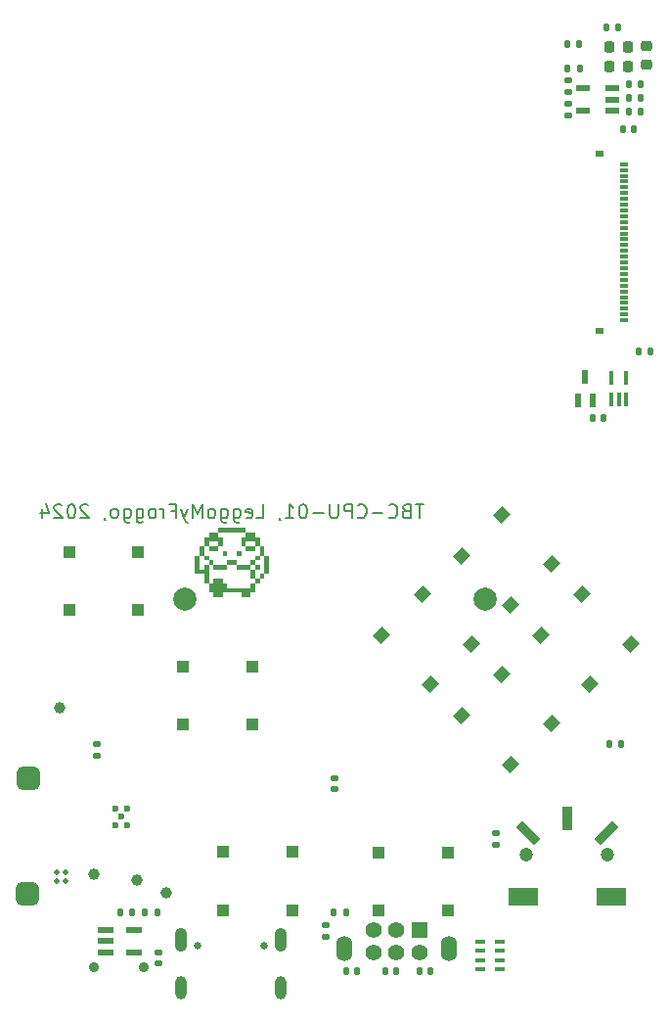
<source format=gbr>
%TF.GenerationSoftware,KiCad,Pcbnew,7.0.1*%
%TF.CreationDate,2024-08-11T10:53:17-07:00*%
%TF.ProjectId,agbc,61676263-2e6b-4696-9361-645f70636258,X4/X5*%
%TF.SameCoordinates,Original*%
%TF.FileFunction,Soldermask,Bot*%
%TF.FilePolarity,Negative*%
%FSLAX46Y46*%
G04 Gerber Fmt 4.6, Leading zero omitted, Abs format (unit mm)*
G04 Created by KiCad (PCBNEW 7.0.1) date 2024-08-11 10:53:17*
%MOMM*%
%LPD*%
G01*
G04 APERTURE LIST*
G04 Aperture macros list*
%AMRoundRect*
0 Rectangle with rounded corners*
0 $1 Rounding radius*
0 $2 $3 $4 $5 $6 $7 $8 $9 X,Y pos of 4 corners*
0 Add a 4 corners polygon primitive as box body*
4,1,4,$2,$3,$4,$5,$6,$7,$8,$9,$2,$3,0*
0 Add four circle primitives for the rounded corners*
1,1,$1+$1,$2,$3*
1,1,$1+$1,$4,$5*
1,1,$1+$1,$6,$7*
1,1,$1+$1,$8,$9*
0 Add four rect primitives between the rounded corners*
20,1,$1+$1,$2,$3,$4,$5,0*
20,1,$1+$1,$4,$5,$6,$7,0*
20,1,$1+$1,$6,$7,$8,$9,0*
20,1,$1+$1,$8,$9,$2,$3,0*%
%AMRotRect*
0 Rectangle, with rotation*
0 The origin of the aperture is its center*
0 $1 length*
0 $2 width*
0 $3 Rotation angle, in degrees counterclockwise*
0 Add horizontal line*
21,1,$1,$2,0,0,$3*%
G04 Aperture macros list end*
%ADD10C,0.200000*%
%ADD11R,1.400000X1.400000*%
%ADD12C,1.400000*%
%ADD13O,1.400000X2.200000*%
%ADD14C,2.000000*%
%ADD15C,0.650000*%
%ADD16O,1.050000X2.100000*%
%ADD17O,1.000000X2.000000*%
%ADD18C,0.900000*%
%ADD19C,0.500000*%
%ADD20C,0.600000*%
%ADD21RoundRect,0.140000X0.140000X0.170000X-0.140000X0.170000X-0.140000X-0.170000X0.140000X-0.170000X0*%
%ADD22R,1.000000X1.100000*%
%ADD23RoundRect,0.140000X0.170000X-0.140000X0.170000X0.140000X-0.170000X0.140000X-0.170000X-0.140000X0*%
%ADD24C,1.000000*%
%ADD25RoundRect,0.218750X-0.218750X-0.256250X0.218750X-0.256250X0.218750X0.256250X-0.218750X0.256250X0*%
%ADD26C,1.200000*%
%ADD27RotRect,0.800000X2.200000X225.000000*%
%ADD28R,2.600000X1.500000*%
%ADD29RotRect,0.800000X2.200000X135.000000*%
%ADD30R,0.823000X2.000000*%
%ADD31RoundRect,0.135000X0.135000X0.185000X-0.135000X0.185000X-0.135000X-0.185000X0.135000X-0.185000X0*%
%ADD32RoundRect,0.500000X0.500000X0.500000X-0.500000X0.500000X-0.500000X-0.500000X0.500000X-0.500000X0*%
%ADD33RoundRect,0.135000X-0.135000X-0.185000X0.135000X-0.185000X0.135000X0.185000X-0.135000X0.185000X0*%
%ADD34R,1.200000X0.600000*%
%ADD35R,0.900000X0.400000*%
%ADD36RotRect,1.000000X1.100000X315.000000*%
%ADD37RoundRect,0.218750X0.218750X0.256250X-0.218750X0.256250X-0.218750X-0.256250X0.218750X-0.256250X0*%
%ADD38RoundRect,0.218750X0.256250X-0.218750X0.256250X0.218750X-0.256250X0.218750X-0.256250X-0.218750X0*%
%ADD39RoundRect,0.135000X-0.185000X0.135000X-0.185000X-0.135000X0.185000X-0.135000X0.185000X0.135000X0*%
%ADD40R,0.550000X1.150000*%
%ADD41RoundRect,0.140000X-0.170000X0.140000X-0.170000X-0.140000X0.170000X-0.140000X0.170000X0.140000X0*%
%ADD42R,0.400000X1.200000*%
%ADD43R,0.650000X0.300000*%
%ADD44R,0.800000X0.550000*%
%ADD45R,1.400000X0.600000*%
G04 APERTURE END LIST*
D10*
X143499999Y-91003142D02*
X142814285Y-91003142D01*
X143157142Y-92203142D02*
X143157142Y-91003142D01*
X142014284Y-91574571D02*
X141842856Y-91631714D01*
X141842856Y-91631714D02*
X141785713Y-91688857D01*
X141785713Y-91688857D02*
X141728570Y-91803142D01*
X141728570Y-91803142D02*
X141728570Y-91974571D01*
X141728570Y-91974571D02*
X141785713Y-92088857D01*
X141785713Y-92088857D02*
X141842856Y-92146000D01*
X141842856Y-92146000D02*
X141957141Y-92203142D01*
X141957141Y-92203142D02*
X142414284Y-92203142D01*
X142414284Y-92203142D02*
X142414284Y-91003142D01*
X142414284Y-91003142D02*
X142014284Y-91003142D01*
X142014284Y-91003142D02*
X141899999Y-91060285D01*
X141899999Y-91060285D02*
X141842856Y-91117428D01*
X141842856Y-91117428D02*
X141785713Y-91231714D01*
X141785713Y-91231714D02*
X141785713Y-91346000D01*
X141785713Y-91346000D02*
X141842856Y-91460285D01*
X141842856Y-91460285D02*
X141899999Y-91517428D01*
X141899999Y-91517428D02*
X142014284Y-91574571D01*
X142014284Y-91574571D02*
X142414284Y-91574571D01*
X140528570Y-92088857D02*
X140585713Y-92146000D01*
X140585713Y-92146000D02*
X140757141Y-92203142D01*
X140757141Y-92203142D02*
X140871427Y-92203142D01*
X140871427Y-92203142D02*
X141042856Y-92146000D01*
X141042856Y-92146000D02*
X141157141Y-92031714D01*
X141157141Y-92031714D02*
X141214284Y-91917428D01*
X141214284Y-91917428D02*
X141271427Y-91688857D01*
X141271427Y-91688857D02*
X141271427Y-91517428D01*
X141271427Y-91517428D02*
X141214284Y-91288857D01*
X141214284Y-91288857D02*
X141157141Y-91174571D01*
X141157141Y-91174571D02*
X141042856Y-91060285D01*
X141042856Y-91060285D02*
X140871427Y-91003142D01*
X140871427Y-91003142D02*
X140757141Y-91003142D01*
X140757141Y-91003142D02*
X140585713Y-91060285D01*
X140585713Y-91060285D02*
X140528570Y-91117428D01*
X140014284Y-91746000D02*
X139099999Y-91746000D01*
X137842856Y-92088857D02*
X137899999Y-92146000D01*
X137899999Y-92146000D02*
X138071427Y-92203142D01*
X138071427Y-92203142D02*
X138185713Y-92203142D01*
X138185713Y-92203142D02*
X138357142Y-92146000D01*
X138357142Y-92146000D02*
X138471427Y-92031714D01*
X138471427Y-92031714D02*
X138528570Y-91917428D01*
X138528570Y-91917428D02*
X138585713Y-91688857D01*
X138585713Y-91688857D02*
X138585713Y-91517428D01*
X138585713Y-91517428D02*
X138528570Y-91288857D01*
X138528570Y-91288857D02*
X138471427Y-91174571D01*
X138471427Y-91174571D02*
X138357142Y-91060285D01*
X138357142Y-91060285D02*
X138185713Y-91003142D01*
X138185713Y-91003142D02*
X138071427Y-91003142D01*
X138071427Y-91003142D02*
X137899999Y-91060285D01*
X137899999Y-91060285D02*
X137842856Y-91117428D01*
X137328570Y-92203142D02*
X137328570Y-91003142D01*
X137328570Y-91003142D02*
X136871427Y-91003142D01*
X136871427Y-91003142D02*
X136757142Y-91060285D01*
X136757142Y-91060285D02*
X136699999Y-91117428D01*
X136699999Y-91117428D02*
X136642856Y-91231714D01*
X136642856Y-91231714D02*
X136642856Y-91403142D01*
X136642856Y-91403142D02*
X136699999Y-91517428D01*
X136699999Y-91517428D02*
X136757142Y-91574571D01*
X136757142Y-91574571D02*
X136871427Y-91631714D01*
X136871427Y-91631714D02*
X137328570Y-91631714D01*
X136128570Y-91003142D02*
X136128570Y-91974571D01*
X136128570Y-91974571D02*
X136071427Y-92088857D01*
X136071427Y-92088857D02*
X136014285Y-92146000D01*
X136014285Y-92146000D02*
X135899999Y-92203142D01*
X135899999Y-92203142D02*
X135671427Y-92203142D01*
X135671427Y-92203142D02*
X135557142Y-92146000D01*
X135557142Y-92146000D02*
X135499999Y-92088857D01*
X135499999Y-92088857D02*
X135442856Y-91974571D01*
X135442856Y-91974571D02*
X135442856Y-91003142D01*
X134871427Y-91746000D02*
X133957142Y-91746000D01*
X133157142Y-91003142D02*
X133042856Y-91003142D01*
X133042856Y-91003142D02*
X132928570Y-91060285D01*
X132928570Y-91060285D02*
X132871428Y-91117428D01*
X132871428Y-91117428D02*
X132814285Y-91231714D01*
X132814285Y-91231714D02*
X132757142Y-91460285D01*
X132757142Y-91460285D02*
X132757142Y-91746000D01*
X132757142Y-91746000D02*
X132814285Y-91974571D01*
X132814285Y-91974571D02*
X132871428Y-92088857D01*
X132871428Y-92088857D02*
X132928570Y-92146000D01*
X132928570Y-92146000D02*
X133042856Y-92203142D01*
X133042856Y-92203142D02*
X133157142Y-92203142D01*
X133157142Y-92203142D02*
X133271428Y-92146000D01*
X133271428Y-92146000D02*
X133328570Y-92088857D01*
X133328570Y-92088857D02*
X133385713Y-91974571D01*
X133385713Y-91974571D02*
X133442856Y-91746000D01*
X133442856Y-91746000D02*
X133442856Y-91460285D01*
X133442856Y-91460285D02*
X133385713Y-91231714D01*
X133385713Y-91231714D02*
X133328570Y-91117428D01*
X133328570Y-91117428D02*
X133271428Y-91060285D01*
X133271428Y-91060285D02*
X133157142Y-91003142D01*
X131614285Y-92203142D02*
X132299999Y-92203142D01*
X131957142Y-92203142D02*
X131957142Y-91003142D01*
X131957142Y-91003142D02*
X132071428Y-91174571D01*
X132071428Y-91174571D02*
X132185713Y-91288857D01*
X132185713Y-91288857D02*
X132299999Y-91346000D01*
X131042856Y-92146000D02*
X131042856Y-92203142D01*
X131042856Y-92203142D02*
X131099999Y-92317428D01*
X131099999Y-92317428D02*
X131157142Y-92374571D01*
X129042856Y-92203142D02*
X129614284Y-92203142D01*
X129614284Y-92203142D02*
X129614284Y-91003142D01*
X128185712Y-92146000D02*
X128299998Y-92203142D01*
X128299998Y-92203142D02*
X128528570Y-92203142D01*
X128528570Y-92203142D02*
X128642855Y-92146000D01*
X128642855Y-92146000D02*
X128699998Y-92031714D01*
X128699998Y-92031714D02*
X128699998Y-91574571D01*
X128699998Y-91574571D02*
X128642855Y-91460285D01*
X128642855Y-91460285D02*
X128528570Y-91403142D01*
X128528570Y-91403142D02*
X128299998Y-91403142D01*
X128299998Y-91403142D02*
X128185712Y-91460285D01*
X128185712Y-91460285D02*
X128128570Y-91574571D01*
X128128570Y-91574571D02*
X128128570Y-91688857D01*
X128128570Y-91688857D02*
X128699998Y-91803142D01*
X127099999Y-91403142D02*
X127099999Y-92374571D01*
X127099999Y-92374571D02*
X127157141Y-92488857D01*
X127157141Y-92488857D02*
X127214284Y-92546000D01*
X127214284Y-92546000D02*
X127328570Y-92603142D01*
X127328570Y-92603142D02*
X127499999Y-92603142D01*
X127499999Y-92603142D02*
X127614284Y-92546000D01*
X127099999Y-92146000D02*
X127214284Y-92203142D01*
X127214284Y-92203142D02*
X127442856Y-92203142D01*
X127442856Y-92203142D02*
X127557141Y-92146000D01*
X127557141Y-92146000D02*
X127614284Y-92088857D01*
X127614284Y-92088857D02*
X127671427Y-91974571D01*
X127671427Y-91974571D02*
X127671427Y-91631714D01*
X127671427Y-91631714D02*
X127614284Y-91517428D01*
X127614284Y-91517428D02*
X127557141Y-91460285D01*
X127557141Y-91460285D02*
X127442856Y-91403142D01*
X127442856Y-91403142D02*
X127214284Y-91403142D01*
X127214284Y-91403142D02*
X127099999Y-91460285D01*
X126014285Y-91403142D02*
X126014285Y-92374571D01*
X126014285Y-92374571D02*
X126071427Y-92488857D01*
X126071427Y-92488857D02*
X126128570Y-92546000D01*
X126128570Y-92546000D02*
X126242856Y-92603142D01*
X126242856Y-92603142D02*
X126414285Y-92603142D01*
X126414285Y-92603142D02*
X126528570Y-92546000D01*
X126014285Y-92146000D02*
X126128570Y-92203142D01*
X126128570Y-92203142D02*
X126357142Y-92203142D01*
X126357142Y-92203142D02*
X126471427Y-92146000D01*
X126471427Y-92146000D02*
X126528570Y-92088857D01*
X126528570Y-92088857D02*
X126585713Y-91974571D01*
X126585713Y-91974571D02*
X126585713Y-91631714D01*
X126585713Y-91631714D02*
X126528570Y-91517428D01*
X126528570Y-91517428D02*
X126471427Y-91460285D01*
X126471427Y-91460285D02*
X126357142Y-91403142D01*
X126357142Y-91403142D02*
X126128570Y-91403142D01*
X126128570Y-91403142D02*
X126014285Y-91460285D01*
X125271428Y-92203142D02*
X125385713Y-92146000D01*
X125385713Y-92146000D02*
X125442856Y-92088857D01*
X125442856Y-92088857D02*
X125499999Y-91974571D01*
X125499999Y-91974571D02*
X125499999Y-91631714D01*
X125499999Y-91631714D02*
X125442856Y-91517428D01*
X125442856Y-91517428D02*
X125385713Y-91460285D01*
X125385713Y-91460285D02*
X125271428Y-91403142D01*
X125271428Y-91403142D02*
X125099999Y-91403142D01*
X125099999Y-91403142D02*
X124985713Y-91460285D01*
X124985713Y-91460285D02*
X124928571Y-91517428D01*
X124928571Y-91517428D02*
X124871428Y-91631714D01*
X124871428Y-91631714D02*
X124871428Y-91974571D01*
X124871428Y-91974571D02*
X124928571Y-92088857D01*
X124928571Y-92088857D02*
X124985713Y-92146000D01*
X124985713Y-92146000D02*
X125099999Y-92203142D01*
X125099999Y-92203142D02*
X125271428Y-92203142D01*
X124357142Y-92203142D02*
X124357142Y-91003142D01*
X124357142Y-91003142D02*
X123957142Y-91860285D01*
X123957142Y-91860285D02*
X123557142Y-91003142D01*
X123557142Y-91003142D02*
X123557142Y-92203142D01*
X123099999Y-91403142D02*
X122814285Y-92203142D01*
X122528570Y-91403142D02*
X122814285Y-92203142D01*
X122814285Y-92203142D02*
X122928570Y-92488857D01*
X122928570Y-92488857D02*
X122985713Y-92546000D01*
X122985713Y-92546000D02*
X123099999Y-92603142D01*
X121671427Y-91574571D02*
X122071427Y-91574571D01*
X122071427Y-92203142D02*
X122071427Y-91003142D01*
X122071427Y-91003142D02*
X121499999Y-91003142D01*
X121042856Y-92203142D02*
X121042856Y-91403142D01*
X121042856Y-91631714D02*
X120985713Y-91517428D01*
X120985713Y-91517428D02*
X120928571Y-91460285D01*
X120928571Y-91460285D02*
X120814285Y-91403142D01*
X120814285Y-91403142D02*
X120699999Y-91403142D01*
X120128571Y-92203142D02*
X120242856Y-92146000D01*
X120242856Y-92146000D02*
X120299999Y-92088857D01*
X120299999Y-92088857D02*
X120357142Y-91974571D01*
X120357142Y-91974571D02*
X120357142Y-91631714D01*
X120357142Y-91631714D02*
X120299999Y-91517428D01*
X120299999Y-91517428D02*
X120242856Y-91460285D01*
X120242856Y-91460285D02*
X120128571Y-91403142D01*
X120128571Y-91403142D02*
X119957142Y-91403142D01*
X119957142Y-91403142D02*
X119842856Y-91460285D01*
X119842856Y-91460285D02*
X119785714Y-91517428D01*
X119785714Y-91517428D02*
X119728571Y-91631714D01*
X119728571Y-91631714D02*
X119728571Y-91974571D01*
X119728571Y-91974571D02*
X119785714Y-92088857D01*
X119785714Y-92088857D02*
X119842856Y-92146000D01*
X119842856Y-92146000D02*
X119957142Y-92203142D01*
X119957142Y-92203142D02*
X120128571Y-92203142D01*
X118700000Y-91403142D02*
X118700000Y-92374571D01*
X118700000Y-92374571D02*
X118757142Y-92488857D01*
X118757142Y-92488857D02*
X118814285Y-92546000D01*
X118814285Y-92546000D02*
X118928571Y-92603142D01*
X118928571Y-92603142D02*
X119100000Y-92603142D01*
X119100000Y-92603142D02*
X119214285Y-92546000D01*
X118700000Y-92146000D02*
X118814285Y-92203142D01*
X118814285Y-92203142D02*
X119042857Y-92203142D01*
X119042857Y-92203142D02*
X119157142Y-92146000D01*
X119157142Y-92146000D02*
X119214285Y-92088857D01*
X119214285Y-92088857D02*
X119271428Y-91974571D01*
X119271428Y-91974571D02*
X119271428Y-91631714D01*
X119271428Y-91631714D02*
X119214285Y-91517428D01*
X119214285Y-91517428D02*
X119157142Y-91460285D01*
X119157142Y-91460285D02*
X119042857Y-91403142D01*
X119042857Y-91403142D02*
X118814285Y-91403142D01*
X118814285Y-91403142D02*
X118700000Y-91460285D01*
X117614286Y-91403142D02*
X117614286Y-92374571D01*
X117614286Y-92374571D02*
X117671428Y-92488857D01*
X117671428Y-92488857D02*
X117728571Y-92546000D01*
X117728571Y-92546000D02*
X117842857Y-92603142D01*
X117842857Y-92603142D02*
X118014286Y-92603142D01*
X118014286Y-92603142D02*
X118128571Y-92546000D01*
X117614286Y-92146000D02*
X117728571Y-92203142D01*
X117728571Y-92203142D02*
X117957143Y-92203142D01*
X117957143Y-92203142D02*
X118071428Y-92146000D01*
X118071428Y-92146000D02*
X118128571Y-92088857D01*
X118128571Y-92088857D02*
X118185714Y-91974571D01*
X118185714Y-91974571D02*
X118185714Y-91631714D01*
X118185714Y-91631714D02*
X118128571Y-91517428D01*
X118128571Y-91517428D02*
X118071428Y-91460285D01*
X118071428Y-91460285D02*
X117957143Y-91403142D01*
X117957143Y-91403142D02*
X117728571Y-91403142D01*
X117728571Y-91403142D02*
X117614286Y-91460285D01*
X116871429Y-92203142D02*
X116985714Y-92146000D01*
X116985714Y-92146000D02*
X117042857Y-92088857D01*
X117042857Y-92088857D02*
X117100000Y-91974571D01*
X117100000Y-91974571D02*
X117100000Y-91631714D01*
X117100000Y-91631714D02*
X117042857Y-91517428D01*
X117042857Y-91517428D02*
X116985714Y-91460285D01*
X116985714Y-91460285D02*
X116871429Y-91403142D01*
X116871429Y-91403142D02*
X116700000Y-91403142D01*
X116700000Y-91403142D02*
X116585714Y-91460285D01*
X116585714Y-91460285D02*
X116528572Y-91517428D01*
X116528572Y-91517428D02*
X116471429Y-91631714D01*
X116471429Y-91631714D02*
X116471429Y-91974571D01*
X116471429Y-91974571D02*
X116528572Y-92088857D01*
X116528572Y-92088857D02*
X116585714Y-92146000D01*
X116585714Y-92146000D02*
X116700000Y-92203142D01*
X116700000Y-92203142D02*
X116871429Y-92203142D01*
X115900000Y-92146000D02*
X115900000Y-92203142D01*
X115900000Y-92203142D02*
X115957143Y-92317428D01*
X115957143Y-92317428D02*
X116014286Y-92374571D01*
X114528571Y-91117428D02*
X114471428Y-91060285D01*
X114471428Y-91060285D02*
X114357143Y-91003142D01*
X114357143Y-91003142D02*
X114071428Y-91003142D01*
X114071428Y-91003142D02*
X113957143Y-91060285D01*
X113957143Y-91060285D02*
X113900000Y-91117428D01*
X113900000Y-91117428D02*
X113842857Y-91231714D01*
X113842857Y-91231714D02*
X113842857Y-91346000D01*
X113842857Y-91346000D02*
X113900000Y-91517428D01*
X113900000Y-91517428D02*
X114585714Y-92203142D01*
X114585714Y-92203142D02*
X113842857Y-92203142D01*
X113100000Y-91003142D02*
X112985714Y-91003142D01*
X112985714Y-91003142D02*
X112871428Y-91060285D01*
X112871428Y-91060285D02*
X112814286Y-91117428D01*
X112814286Y-91117428D02*
X112757143Y-91231714D01*
X112757143Y-91231714D02*
X112700000Y-91460285D01*
X112700000Y-91460285D02*
X112700000Y-91746000D01*
X112700000Y-91746000D02*
X112757143Y-91974571D01*
X112757143Y-91974571D02*
X112814286Y-92088857D01*
X112814286Y-92088857D02*
X112871428Y-92146000D01*
X112871428Y-92146000D02*
X112985714Y-92203142D01*
X112985714Y-92203142D02*
X113100000Y-92203142D01*
X113100000Y-92203142D02*
X113214286Y-92146000D01*
X113214286Y-92146000D02*
X113271428Y-92088857D01*
X113271428Y-92088857D02*
X113328571Y-91974571D01*
X113328571Y-91974571D02*
X113385714Y-91746000D01*
X113385714Y-91746000D02*
X113385714Y-91460285D01*
X113385714Y-91460285D02*
X113328571Y-91231714D01*
X113328571Y-91231714D02*
X113271428Y-91117428D01*
X113271428Y-91117428D02*
X113214286Y-91060285D01*
X113214286Y-91060285D02*
X113100000Y-91003142D01*
X112242857Y-91117428D02*
X112185714Y-91060285D01*
X112185714Y-91060285D02*
X112071429Y-91003142D01*
X112071429Y-91003142D02*
X111785714Y-91003142D01*
X111785714Y-91003142D02*
X111671429Y-91060285D01*
X111671429Y-91060285D02*
X111614286Y-91117428D01*
X111614286Y-91117428D02*
X111557143Y-91231714D01*
X111557143Y-91231714D02*
X111557143Y-91346000D01*
X111557143Y-91346000D02*
X111614286Y-91517428D01*
X111614286Y-91517428D02*
X112300000Y-92203142D01*
X112300000Y-92203142D02*
X111557143Y-92203142D01*
X110528572Y-91403142D02*
X110528572Y-92203142D01*
X110814286Y-90946000D02*
X111100000Y-91803142D01*
X111100000Y-91803142D02*
X110357143Y-91803142D01*
%TO.C,REF\u002A\u002A*%
G36*
X130150000Y-96650000D02*
G01*
X129750000Y-96650000D01*
X129750000Y-97050000D01*
X130150000Y-97050000D01*
X130150000Y-96650000D01*
G37*
G36*
X130150000Y-96250000D02*
G01*
X129750000Y-96250000D01*
X129750000Y-96650000D01*
X130150000Y-96650000D01*
X130150000Y-96250000D01*
G37*
G36*
X130150000Y-95850000D02*
G01*
X129750000Y-95850000D01*
X129750000Y-96250000D01*
X130150000Y-96250000D01*
X130150000Y-95850000D01*
G37*
G36*
X130150000Y-95450000D02*
G01*
X129750000Y-95450000D01*
X129750000Y-95850000D01*
X130150000Y-95850000D01*
X130150000Y-95450000D01*
G37*
G36*
X129750000Y-97050000D02*
G01*
X129350000Y-97050000D01*
X129350000Y-97450000D01*
X129750000Y-97450000D01*
X129750000Y-97050000D01*
G37*
G36*
X129750000Y-95050000D02*
G01*
X129350000Y-95050000D01*
X129350000Y-95450000D01*
X129750000Y-95450000D01*
X129750000Y-95050000D01*
G37*
G36*
X129750000Y-94650000D02*
G01*
X129350000Y-94650000D01*
X129350000Y-95050000D01*
X129750000Y-95050000D01*
X129750000Y-94650000D01*
G37*
G36*
X129350000Y-97450000D02*
G01*
X128950000Y-97450000D01*
X128950000Y-97850000D01*
X129350000Y-97850000D01*
X129350000Y-97450000D01*
G37*
G36*
X129350000Y-96250000D02*
G01*
X128950000Y-96250000D01*
X128950000Y-96650000D01*
X129350000Y-96650000D01*
X129350000Y-96250000D01*
G37*
G36*
X129350000Y-95450000D02*
G01*
X128950000Y-95450000D01*
X128950000Y-95850000D01*
X129350000Y-95850000D01*
X129350000Y-95450000D01*
G37*
G36*
X129350000Y-94250000D02*
G01*
X128950000Y-94250000D01*
X128950000Y-94650000D01*
X129350000Y-94650000D01*
X129350000Y-94250000D01*
G37*
G36*
X129350000Y-93850000D02*
G01*
X127750000Y-93850000D01*
X127750000Y-94250000D01*
X129350000Y-94250000D01*
X129350000Y-93850000D01*
G37*
G36*
X128950000Y-98250000D02*
G01*
X124950000Y-98250000D01*
X124950000Y-98650000D01*
X128950000Y-98650000D01*
X128950000Y-98250000D01*
G37*
G36*
X128950000Y-97850000D02*
G01*
X128550000Y-97850000D01*
X128550000Y-98250000D01*
X128950000Y-98250000D01*
X128950000Y-97850000D01*
G37*
G36*
X128950000Y-97050000D02*
G01*
X128550000Y-97050000D01*
X128550000Y-97450000D01*
X128950000Y-97450000D01*
X128950000Y-97050000D01*
G37*
G36*
X128950000Y-96650000D02*
G01*
X128550000Y-96650000D01*
X128550000Y-97050000D01*
X128950000Y-97050000D01*
X128950000Y-96650000D01*
G37*
G36*
X128950000Y-95850000D02*
G01*
X128550000Y-95850000D01*
X128550000Y-96250000D01*
X128950000Y-96250000D01*
X128950000Y-95850000D01*
G37*
G36*
X128950000Y-94650000D02*
G01*
X128150000Y-94650000D01*
X128150000Y-95050000D01*
X128950000Y-95050000D01*
X128950000Y-94650000D01*
G37*
G36*
X128950000Y-93450000D02*
G01*
X128550000Y-93450000D01*
X128550000Y-93850000D01*
X128950000Y-93850000D01*
X128950000Y-93450000D01*
G37*
G36*
X128550000Y-98650000D02*
G01*
X127750000Y-98650000D01*
X127750000Y-99050000D01*
X128550000Y-99050000D01*
X128550000Y-98650000D01*
G37*
G36*
X128550000Y-96250000D02*
G01*
X127350000Y-96250000D01*
X127350000Y-96650000D01*
X128550000Y-96650000D01*
X128550000Y-96250000D01*
G37*
G36*
X128550000Y-93450000D02*
G01*
X128150000Y-93450000D01*
X128150000Y-93850000D01*
X128550000Y-93850000D01*
X128550000Y-93450000D01*
G37*
G36*
X128150000Y-94250000D02*
G01*
X127750000Y-94250000D01*
X127750000Y-94650000D01*
X128150000Y-94650000D01*
X128150000Y-94250000D01*
G37*
G36*
X128150000Y-93050000D02*
G01*
X127750000Y-93050000D01*
X127750000Y-93450000D01*
X128150000Y-93450000D01*
X128150000Y-93050000D01*
G37*
G36*
X127750000Y-95050000D02*
G01*
X127350000Y-95050000D01*
X127350000Y-95450000D01*
X127750000Y-95450000D01*
X127750000Y-95050000D01*
G37*
G36*
X127750000Y-93050000D02*
G01*
X127350000Y-93050000D01*
X127350000Y-93450000D01*
X127750000Y-93450000D01*
X127750000Y-93050000D01*
G37*
G36*
X127350000Y-95850000D02*
G01*
X126550000Y-95850000D01*
X126550000Y-96250000D01*
X127350000Y-96250000D01*
X127350000Y-95850000D01*
G37*
G36*
X127350000Y-93050000D02*
G01*
X126950000Y-93050000D01*
X126950000Y-93450000D01*
X127350000Y-93450000D01*
X127350000Y-93050000D01*
G37*
G36*
X126950000Y-93050000D02*
G01*
X126550000Y-93050000D01*
X126550000Y-93450000D01*
X126950000Y-93450000D01*
X126950000Y-93050000D01*
G37*
G36*
X126550000Y-97850000D02*
G01*
X126150000Y-97850000D01*
X126150000Y-98250000D01*
X126550000Y-98250000D01*
X126550000Y-97850000D01*
G37*
G36*
X126550000Y-96250000D02*
G01*
X125350000Y-96250000D01*
X125350000Y-96650000D01*
X126550000Y-96650000D01*
X126550000Y-96250000D01*
G37*
G36*
X126550000Y-95050000D02*
G01*
X126150000Y-95050000D01*
X126150000Y-95450000D01*
X126550000Y-95450000D01*
X126550000Y-95050000D01*
G37*
G36*
X126550000Y-93050000D02*
G01*
X126150000Y-93050000D01*
X126150000Y-93450000D01*
X126550000Y-93450000D01*
X126550000Y-93050000D01*
G37*
G36*
X126150000Y-98650000D02*
G01*
X125350000Y-98650000D01*
X125350000Y-99050000D01*
X126150000Y-99050000D01*
X126150000Y-98650000D01*
G37*
G36*
X126150000Y-97850000D02*
G01*
X125750000Y-97850000D01*
X125750000Y-98250000D01*
X126150000Y-98250000D01*
X126150000Y-97850000D01*
G37*
G36*
X126150000Y-97450000D02*
G01*
X125750000Y-97450000D01*
X125750000Y-97850000D01*
X126150000Y-97850000D01*
X126150000Y-97450000D01*
G37*
G36*
X126150000Y-94250000D02*
G01*
X125750000Y-94250000D01*
X125750000Y-94650000D01*
X126150000Y-94650000D01*
X126150000Y-94250000D01*
G37*
G36*
X126150000Y-93850000D02*
G01*
X124550000Y-93850000D01*
X124550000Y-94250000D01*
X126150000Y-94250000D01*
X126150000Y-93850000D01*
G37*
G36*
X126150000Y-93050000D02*
G01*
X125750000Y-93050000D01*
X125750000Y-93450000D01*
X126150000Y-93450000D01*
X126150000Y-93050000D01*
G37*
G36*
X125750000Y-97850000D02*
G01*
X125350000Y-97850000D01*
X125350000Y-98250000D01*
X125750000Y-98250000D01*
X125750000Y-97850000D01*
G37*
G36*
X125750000Y-97450000D02*
G01*
X125350000Y-97450000D01*
X125350000Y-97850000D01*
X125750000Y-97850000D01*
X125750000Y-97450000D01*
G37*
G36*
X125750000Y-94650000D02*
G01*
X124950000Y-94650000D01*
X124950000Y-95050000D01*
X125750000Y-95050000D01*
X125750000Y-94650000D01*
G37*
G36*
X125750000Y-93450000D02*
G01*
X125350000Y-93450000D01*
X125350000Y-93850000D01*
X125750000Y-93850000D01*
X125750000Y-93450000D01*
G37*
G36*
X125350000Y-97850000D02*
G01*
X124950000Y-97850000D01*
X124950000Y-98250000D01*
X125350000Y-98250000D01*
X125350000Y-97850000D01*
G37*
G36*
X125350000Y-95850000D02*
G01*
X124950000Y-95850000D01*
X124950000Y-96250000D01*
X125350000Y-96250000D01*
X125350000Y-95850000D01*
G37*
G36*
X125350000Y-93450000D02*
G01*
X124950000Y-93450000D01*
X124950000Y-93850000D01*
X125350000Y-93850000D01*
X125350000Y-93450000D01*
G37*
G36*
X124950000Y-97450000D02*
G01*
X124550000Y-97450000D01*
X124550000Y-97850000D01*
X124950000Y-97850000D01*
X124950000Y-97450000D01*
G37*
G36*
X124950000Y-97050000D02*
G01*
X124550000Y-97050000D01*
X124550000Y-97450000D01*
X124950000Y-97450000D01*
X124950000Y-97050000D01*
G37*
G36*
X124950000Y-96650000D02*
G01*
X124550000Y-96650000D01*
X124550000Y-97050000D01*
X124950000Y-97050000D01*
X124950000Y-96650000D01*
G37*
G36*
X124950000Y-96250000D02*
G01*
X124550000Y-96250000D01*
X124550000Y-96650000D01*
X124950000Y-96650000D01*
X124950000Y-96250000D01*
G37*
G36*
X124950000Y-95450000D02*
G01*
X124550000Y-95450000D01*
X124550000Y-95850000D01*
X124950000Y-95850000D01*
X124950000Y-95450000D01*
G37*
G36*
X124950000Y-94250000D02*
G01*
X124550000Y-94250000D01*
X124550000Y-94650000D01*
X124950000Y-94650000D01*
X124950000Y-94250000D01*
G37*
G36*
X124550000Y-96650000D02*
G01*
X124150000Y-96650000D01*
X124150000Y-97050000D01*
X124550000Y-97050000D01*
X124550000Y-96650000D01*
G37*
G36*
X124550000Y-95050000D02*
G01*
X124150000Y-95050000D01*
X124150000Y-95450000D01*
X124550000Y-95450000D01*
X124550000Y-95050000D01*
G37*
G36*
X124550000Y-94650000D02*
G01*
X124150000Y-94650000D01*
X124150000Y-95050000D01*
X124550000Y-95050000D01*
X124550000Y-94650000D01*
G37*
G36*
X124150000Y-96650000D02*
G01*
X123750000Y-96650000D01*
X123750000Y-97050000D01*
X124150000Y-97050000D01*
X124150000Y-96650000D01*
G37*
G36*
X124150000Y-96250000D02*
G01*
X123750000Y-96250000D01*
X123750000Y-96650000D01*
X124150000Y-96650000D01*
X124150000Y-96250000D01*
G37*
G36*
X124150000Y-95850000D02*
G01*
X123750000Y-95850000D01*
X123750000Y-96250000D01*
X124150000Y-96250000D01*
X124150000Y-95850000D01*
G37*
G36*
X124150000Y-95450000D02*
G01*
X123750000Y-95450000D01*
X123750000Y-95850000D01*
X124150000Y-95850000D01*
X124150000Y-95450000D01*
G37*
%TD*%
D11*
%TO.C,J1*%
X143200000Y-127800000D03*
D12*
X143200000Y-129800000D03*
X141200000Y-127800000D03*
X141200000Y-129800000D03*
X139200000Y-127800000D03*
X139200000Y-129800000D03*
D13*
X145700000Y-129400000D03*
X136700000Y-129400000D03*
%TD*%
D14*
%TO.C,J2*%
X122900000Y-99200000D03*
X148900000Y-99200000D03*
%TD*%
D15*
%TO.C,J5*%
X123990000Y-129170000D03*
X129770000Y-129170000D03*
D16*
X122560000Y-128670000D03*
D17*
X122560000Y-132850000D03*
X131200000Y-132850000D03*
D16*
X131200000Y-128670000D03*
%TD*%
D18*
%TO.C,S1*%
X115025000Y-131050000D03*
X119275000Y-131050000D03*
%TD*%
D19*
%TO.C,U4*%
X111750000Y-122800000D03*
X111750000Y-123600000D03*
X112550000Y-122800000D03*
X112550000Y-123600000D03*
%TD*%
D20*
%TO.C,U7*%
X116850000Y-117300000D03*
X116850000Y-118800000D03*
X117350000Y-118050000D03*
X117850000Y-117300000D03*
X117850000Y-118800000D03*
%TD*%
D21*
%TO.C,C12*%
X163150000Y-77825000D03*
X162190000Y-77825000D03*
%TD*%
D22*
%TO.C,SW6*%
X128700000Y-105050000D03*
X122700000Y-105050000D03*
X128700000Y-110050000D03*
X122700000Y-110050000D03*
%TD*%
D23*
%TO.C,C27*%
X156050000Y-55340000D03*
X156050000Y-54380000D03*
%TD*%
D24*
%TO.C,TP3*%
X118700000Y-123475000D03*
%TD*%
D23*
%TO.C,C26*%
X156050000Y-57350000D03*
X156050000Y-56390000D03*
%TD*%
D24*
%TO.C,TP4*%
X112025000Y-108600000D03*
%TD*%
D23*
%TO.C,C16*%
X120625000Y-130725000D03*
X120625000Y-129765000D03*
%TD*%
D25*
%TO.C,D3*%
X159650000Y-53150000D03*
X161225000Y-53150000D03*
%TD*%
D26*
%TO.C,VR1*%
X159450000Y-121350000D03*
X152450000Y-121350000D03*
D27*
X152550000Y-119450000D03*
D28*
X159750000Y-124950000D03*
D29*
X159350000Y-119450000D03*
D30*
X155961500Y-118150000D03*
D28*
X152150000Y-124973000D03*
%TD*%
D31*
%TO.C,R22*%
X118335000Y-126350000D03*
X117315000Y-126350000D03*
%TD*%
D32*
%TO.C,TP6*%
X109250000Y-124700000D03*
%TD*%
D24*
%TO.C,TP2*%
X121225000Y-124600000D03*
%TD*%
D33*
%TO.C,R2*%
X135780000Y-126350000D03*
X136800000Y-126350000D03*
%TD*%
D34*
%TO.C,U9*%
X159860000Y-55050000D03*
X159860000Y-56000000D03*
X159860000Y-56950000D03*
X157360000Y-56950000D03*
X157360000Y-55050000D03*
%TD*%
D32*
%TO.C,TP5*%
X109300000Y-114700000D03*
%TD*%
D35*
%TO.C,RN1*%
X148450000Y-131250000D03*
X148450000Y-130450000D03*
X148450000Y-129650000D03*
X148450000Y-128850000D03*
X150150000Y-128850000D03*
X150150000Y-129650000D03*
X150150000Y-130450000D03*
X150150000Y-131250000D03*
%TD*%
D36*
%TO.C,SW4*%
X153705245Y-102369218D03*
X157947885Y-106611858D03*
X157240779Y-98833684D03*
X161483419Y-103076324D03*
%TD*%
D21*
%TO.C,C28*%
X161750000Y-58600000D03*
X160790000Y-58600000D03*
%TD*%
D31*
%TO.C,R19*%
X162340000Y-55900000D03*
X161320000Y-55900000D03*
%TD*%
D21*
%TO.C,C6*%
X144150000Y-131350000D03*
X143190000Y-131350000D03*
%TD*%
D33*
%TO.C,R15*%
X159655000Y-111750000D03*
X160675000Y-111750000D03*
%TD*%
D31*
%TO.C,R21*%
X162350000Y-54700000D03*
X161330000Y-54700000D03*
%TD*%
D24*
%TO.C,TP1*%
X115025000Y-123025000D03*
%TD*%
D21*
%TO.C,C3*%
X141200000Y-131350000D03*
X140240000Y-131350000D03*
%TD*%
D31*
%TO.C,R12*%
X120460000Y-126350000D03*
X119440000Y-126350000D03*
%TD*%
D21*
%TO.C,C4*%
X137800000Y-131350000D03*
X136840000Y-131350000D03*
%TD*%
D37*
%TO.C,D2*%
X161225000Y-51450000D03*
X159650000Y-51450000D03*
%TD*%
D38*
%TO.C,D1*%
X162850000Y-52987500D03*
X162850000Y-51412500D03*
%TD*%
D31*
%TO.C,R20*%
X162350000Y-57050000D03*
X161330000Y-57050000D03*
%TD*%
%TO.C,R18*%
X157035000Y-53350000D03*
X156015000Y-53350000D03*
%TD*%
D39*
%TO.C,R5*%
X115275000Y-111765000D03*
X115275000Y-112785000D03*
%TD*%
D22*
%TO.C,SW8*%
X145650000Y-121150000D03*
X139650000Y-121150000D03*
X145650000Y-126150000D03*
X139650000Y-126150000D03*
%TD*%
%TO.C,SW7*%
X132172025Y-121100000D03*
X126172025Y-121100000D03*
X132172025Y-126100000D03*
X126172025Y-126100000D03*
%TD*%
D40*
%TO.C,Q2*%
X158175000Y-82000000D03*
X156875000Y-82000000D03*
X157525000Y-80000000D03*
%TD*%
D21*
%TO.C,C29*%
X159130000Y-83575000D03*
X158170000Y-83575000D03*
%TD*%
D22*
%TO.C,SW5*%
X118850000Y-95150000D03*
X112850000Y-95150000D03*
X118850000Y-100150000D03*
X112850000Y-100150000D03*
%TD*%
D41*
%TO.C,C9*%
X135850000Y-114670000D03*
X135850000Y-115630000D03*
%TD*%
D33*
%TO.C,R17*%
X156000000Y-51200000D03*
X157020000Y-51200000D03*
%TD*%
D36*
%TO.C,SW2*%
X146805245Y-109269218D03*
X151047885Y-113511858D03*
X150340779Y-105733684D03*
X154583419Y-109976324D03*
%TD*%
D42*
%TO.C,IC2*%
X161075000Y-81950000D03*
X160425000Y-81950000D03*
X159775000Y-81950000D03*
X159775000Y-80050000D03*
X161075000Y-80050000D03*
%TD*%
D39*
%TO.C,R16*%
X149800000Y-119430000D03*
X149800000Y-120450000D03*
%TD*%
D36*
%TO.C,SW3*%
X146805245Y-95469218D03*
X151047885Y-99711858D03*
X150340779Y-91933684D03*
X154583419Y-96176324D03*
%TD*%
D41*
%TO.C,C2*%
X135100000Y-127450000D03*
X135100000Y-128410000D03*
%TD*%
D36*
%TO.C,SW1*%
X139905245Y-102369218D03*
X144147885Y-106611858D03*
X143440779Y-98833684D03*
X147683419Y-103076324D03*
%TD*%
D33*
%TO.C,R9*%
X159330000Y-49775000D03*
X160350000Y-49775000D03*
%TD*%
D43*
%TO.C,J3*%
X160875000Y-75100000D03*
X160875000Y-74600000D03*
X160875000Y-74100000D03*
X160875000Y-73600000D03*
X160875000Y-73100000D03*
X160875000Y-72600000D03*
X160875000Y-72100000D03*
X160875000Y-71600000D03*
X160875000Y-71100000D03*
X160875000Y-70600000D03*
X160875000Y-70100000D03*
X160875000Y-69600000D03*
X160875000Y-69100000D03*
X160875000Y-68600000D03*
X160875000Y-68100000D03*
X160875000Y-67600000D03*
X160875000Y-67100000D03*
X160875000Y-66600000D03*
X160875000Y-66100000D03*
X160875000Y-65600000D03*
X160875000Y-65100000D03*
X160875000Y-64600000D03*
X160875000Y-64100000D03*
X160875000Y-63600000D03*
X160875000Y-63100000D03*
X160875000Y-62600000D03*
X160875000Y-62100000D03*
X160875000Y-61600000D03*
D44*
X158800000Y-76025000D03*
X158800000Y-60675000D03*
%TD*%
D45*
%TO.C,IC1*%
X116000000Y-129750000D03*
X116000000Y-128800000D03*
X116000000Y-127850000D03*
X118500000Y-127850000D03*
X118500000Y-129750000D03*
%TD*%
M02*

</source>
